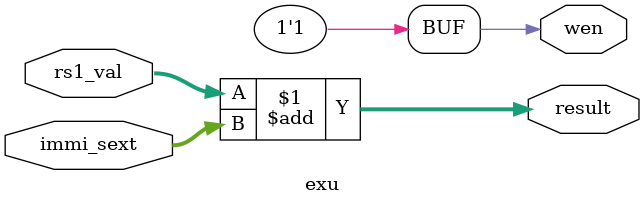
<source format=v>
module exu (
    input [63:0] rs1_val,
    input [63:0] immi_sext,
    output [63:0] result,
    output wen
);

assign wen = 1'b1;
assign result = rs1_val + immi_sext;

endmodule

</source>
